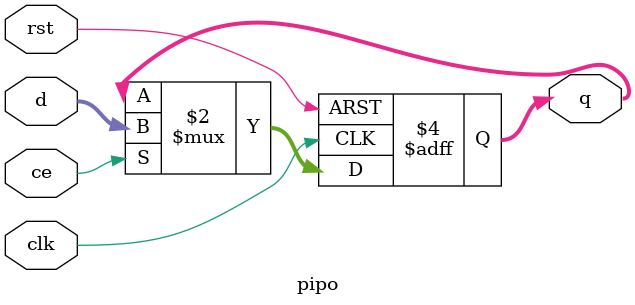
<source format=sv>
module pipo #(
    parameter int WIDTH = 8
) (
    input  logic                 clk,    // clock
    input  logic                 ce,     // clock enable
    input  logic                 rst,    // asynchronous reset (active-high)
    input  logic [WIDTH-1:0]     d,      // data in
    output logic [WIDTH-1:0]     q       // data out
);

    always_ff @(posedge clk or posedge rst) begin
        if (rst) begin
            q <= '0;    // q is reset immediately when rst is high
        end
        else if (ce) begin
            q <= d;
        end
    end

endmodule

</source>
